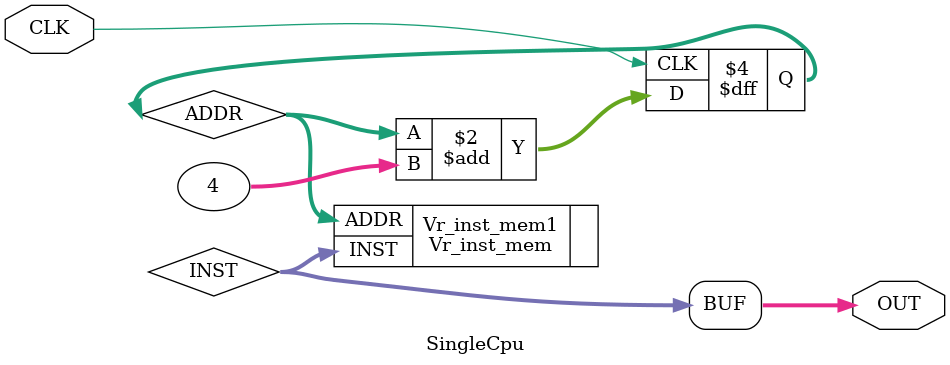
<source format=v>
module SingleCpu(CLK, OUT);
    input CLK;
    reg [31:0] ADDR;
    wire [31:0] INST;
    output reg [31:0] OUT;

    Vr_inst_mem Vr_inst_mem1(.ADDR(ADDR), .INST(INST));


    always @(posedge CLK) begin
        ADDR <= ADDR + 4;
        $display("%b", ADDR);
    end

    always @(INST) begin 
        OUT = INST;
    end




endmodule
</source>
